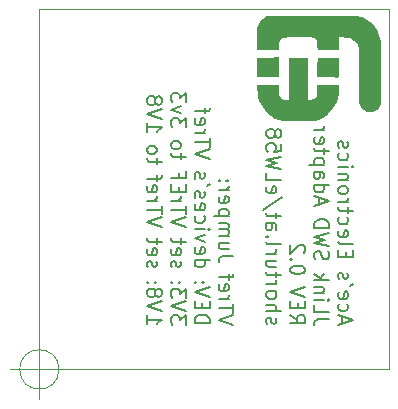
<source format=gbr>
G04 #@! TF.GenerationSoftware,KiCad,Pcbnew,(6.99.0-1917-g23fb4c7433)*
G04 #@! TF.CreationDate,2022-06-21T14:10:18+10:00*
G04 #@! TF.ProjectId,JtagArm20Adapter,4a746167-4172-46d3-9230-416461707465,rev?*
G04 #@! TF.SameCoordinates,PX8404630PY68290a0*
G04 #@! TF.FileFunction,Legend,Bot*
G04 #@! TF.FilePolarity,Positive*
%FSLAX46Y46*%
G04 Gerber Fmt 4.6, Leading zero omitted, Abs format (unit mm)*
G04 Created by KiCad (PCBNEW (6.99.0-1917-g23fb4c7433)) date 2022-06-21 14:10:18*
%MOMM*%
%LPD*%
G01*
G04 APERTURE LIST*
%ADD10C,0.200000*%
G04 #@! TA.AperFunction,Profile*
%ADD11C,0.050000*%
G04 #@! TD*
G04 APERTURE END LIST*
D10*
X25667916Y3858096D02*
X25667916Y4453334D01*
X25310773Y3739048D02*
X26560773Y4155715D01*
X26560773Y4155715D02*
X25310773Y4572381D01*
X25370297Y5524763D02*
X25310773Y5405715D01*
X25310773Y5405715D02*
X25310773Y5167620D01*
X25310773Y5167620D02*
X25370297Y5048572D01*
X25370297Y5048572D02*
X25429821Y4989049D01*
X25429821Y4989049D02*
X25548869Y4929525D01*
X25548869Y4929525D02*
X25906011Y4929525D01*
X25906011Y4929525D02*
X26025059Y4989049D01*
X26025059Y4989049D02*
X26084583Y5048572D01*
X26084583Y5048572D02*
X26144107Y5167620D01*
X26144107Y5167620D02*
X26144107Y5405715D01*
X26144107Y5405715D02*
X26084583Y5524763D01*
X25370297Y6536668D02*
X25310773Y6417620D01*
X25310773Y6417620D02*
X25310773Y6179525D01*
X25310773Y6179525D02*
X25370297Y6060478D01*
X25370297Y6060478D02*
X25489345Y6000954D01*
X25489345Y6000954D02*
X25965535Y6000954D01*
X25965535Y6000954D02*
X26084583Y6060478D01*
X26084583Y6060478D02*
X26144107Y6179525D01*
X26144107Y6179525D02*
X26144107Y6417620D01*
X26144107Y6417620D02*
X26084583Y6536668D01*
X26084583Y6536668D02*
X25965535Y6596192D01*
X25965535Y6596192D02*
X25846488Y6596192D01*
X25846488Y6596192D02*
X25727440Y6000954D01*
X26560773Y7191430D02*
X26322678Y7072383D01*
X25370297Y7667621D02*
X25310773Y7786668D01*
X25310773Y7786668D02*
X25310773Y8024764D01*
X25310773Y8024764D02*
X25370297Y8143811D01*
X25370297Y8143811D02*
X25489345Y8203335D01*
X25489345Y8203335D02*
X25548869Y8203335D01*
X25548869Y8203335D02*
X25667916Y8143811D01*
X25667916Y8143811D02*
X25727440Y8024764D01*
X25727440Y8024764D02*
X25727440Y7846192D01*
X25727440Y7846192D02*
X25786964Y7727145D01*
X25786964Y7727145D02*
X25906011Y7667621D01*
X25906011Y7667621D02*
X25965535Y7667621D01*
X25965535Y7667621D02*
X26084583Y7727145D01*
X26084583Y7727145D02*
X26144107Y7846192D01*
X26144107Y7846192D02*
X26144107Y8024764D01*
X26144107Y8024764D02*
X26084583Y8143811D01*
X25965535Y9489050D02*
X25965535Y9905716D01*
X25310773Y10084288D02*
X25310773Y9489050D01*
X25310773Y9489050D02*
X26560773Y9489050D01*
X26560773Y9489050D02*
X26560773Y10084288D01*
X25310773Y10798573D02*
X25370297Y10679525D01*
X25370297Y10679525D02*
X25489345Y10620002D01*
X25489345Y10620002D02*
X26560773Y10620002D01*
X25370297Y11750954D02*
X25310773Y11631906D01*
X25310773Y11631906D02*
X25310773Y11393811D01*
X25310773Y11393811D02*
X25370297Y11274764D01*
X25370297Y11274764D02*
X25489345Y11215240D01*
X25489345Y11215240D02*
X25965535Y11215240D01*
X25965535Y11215240D02*
X26084583Y11274764D01*
X26084583Y11274764D02*
X26144107Y11393811D01*
X26144107Y11393811D02*
X26144107Y11631906D01*
X26144107Y11631906D02*
X26084583Y11750954D01*
X26084583Y11750954D02*
X25965535Y11810478D01*
X25965535Y11810478D02*
X25846488Y11810478D01*
X25846488Y11810478D02*
X25727440Y11215240D01*
X25370297Y12881907D02*
X25310773Y12762859D01*
X25310773Y12762859D02*
X25310773Y12524764D01*
X25310773Y12524764D02*
X25370297Y12405716D01*
X25370297Y12405716D02*
X25429821Y12346193D01*
X25429821Y12346193D02*
X25548869Y12286669D01*
X25548869Y12286669D02*
X25906011Y12286669D01*
X25906011Y12286669D02*
X26025059Y12346193D01*
X26025059Y12346193D02*
X26084583Y12405716D01*
X26084583Y12405716D02*
X26144107Y12524764D01*
X26144107Y12524764D02*
X26144107Y12762859D01*
X26144107Y12762859D02*
X26084583Y12881907D01*
X26144107Y13239050D02*
X26144107Y13715241D01*
X26560773Y13417622D02*
X25489345Y13417622D01*
X25489345Y13417622D02*
X25370297Y13477145D01*
X25370297Y13477145D02*
X25310773Y13596193D01*
X25310773Y13596193D02*
X25310773Y13715241D01*
X25310773Y14131908D02*
X26144107Y14131908D01*
X25906011Y14131908D02*
X26025059Y14191431D01*
X26025059Y14191431D02*
X26084583Y14250955D01*
X26084583Y14250955D02*
X26144107Y14370003D01*
X26144107Y14370003D02*
X26144107Y14489050D01*
X25310773Y15084289D02*
X25370297Y14965241D01*
X25370297Y14965241D02*
X25429821Y14905718D01*
X25429821Y14905718D02*
X25548869Y14846194D01*
X25548869Y14846194D02*
X25906011Y14846194D01*
X25906011Y14846194D02*
X26025059Y14905718D01*
X26025059Y14905718D02*
X26084583Y14965241D01*
X26084583Y14965241D02*
X26144107Y15084289D01*
X26144107Y15084289D02*
X26144107Y15262860D01*
X26144107Y15262860D02*
X26084583Y15381908D01*
X26084583Y15381908D02*
X26025059Y15441432D01*
X26025059Y15441432D02*
X25906011Y15500956D01*
X25906011Y15500956D02*
X25548869Y15500956D01*
X25548869Y15500956D02*
X25429821Y15441432D01*
X25429821Y15441432D02*
X25370297Y15381908D01*
X25370297Y15381908D02*
X25310773Y15262860D01*
X25310773Y15262860D02*
X25310773Y15084289D01*
X26144107Y16036670D02*
X25310773Y16036670D01*
X26025059Y16036670D02*
X26084583Y16096193D01*
X26084583Y16096193D02*
X26144107Y16215241D01*
X26144107Y16215241D02*
X26144107Y16393812D01*
X26144107Y16393812D02*
X26084583Y16512860D01*
X26084583Y16512860D02*
X25965535Y16572384D01*
X25965535Y16572384D02*
X25310773Y16572384D01*
X25310773Y17167622D02*
X26144107Y17167622D01*
X26560773Y17167622D02*
X26501250Y17108098D01*
X26501250Y17108098D02*
X26441726Y17167622D01*
X26441726Y17167622D02*
X26501250Y17227145D01*
X26501250Y17227145D02*
X26560773Y17167622D01*
X26560773Y17167622D02*
X26441726Y17167622D01*
X25370297Y18298574D02*
X25310773Y18179526D01*
X25310773Y18179526D02*
X25310773Y17941431D01*
X25310773Y17941431D02*
X25370297Y17822383D01*
X25370297Y17822383D02*
X25429821Y17762860D01*
X25429821Y17762860D02*
X25548869Y17703336D01*
X25548869Y17703336D02*
X25906011Y17703336D01*
X25906011Y17703336D02*
X26025059Y17762860D01*
X26025059Y17762860D02*
X26084583Y17822383D01*
X26084583Y17822383D02*
X26144107Y17941431D01*
X26144107Y17941431D02*
X26144107Y18179526D01*
X26144107Y18179526D02*
X26084583Y18298574D01*
X25370297Y18774765D02*
X25310773Y18893812D01*
X25310773Y18893812D02*
X25310773Y19131908D01*
X25310773Y19131908D02*
X25370297Y19250955D01*
X25370297Y19250955D02*
X25489345Y19310479D01*
X25489345Y19310479D02*
X25548869Y19310479D01*
X25548869Y19310479D02*
X25667916Y19250955D01*
X25667916Y19250955D02*
X25727440Y19131908D01*
X25727440Y19131908D02*
X25727440Y18953336D01*
X25727440Y18953336D02*
X25786964Y18834289D01*
X25786964Y18834289D02*
X25906011Y18774765D01*
X25906011Y18774765D02*
X25965535Y18774765D01*
X25965535Y18774765D02*
X26084583Y18834289D01*
X26084583Y18834289D02*
X26144107Y18953336D01*
X26144107Y18953336D02*
X26144107Y19131908D01*
X26144107Y19131908D02*
X26084583Y19250955D01*
X24535773Y4274762D02*
X23642916Y4274762D01*
X23642916Y4274762D02*
X23464345Y4215239D01*
X23464345Y4215239D02*
X23345297Y4096191D01*
X23345297Y4096191D02*
X23285773Y3917620D01*
X23285773Y3917620D02*
X23285773Y3798572D01*
X23285773Y5465239D02*
X23285773Y4870001D01*
X23285773Y4870001D02*
X24535773Y4870001D01*
X23285773Y5881906D02*
X24119107Y5881906D01*
X24535773Y5881906D02*
X24476250Y5822382D01*
X24476250Y5822382D02*
X24416726Y5881906D01*
X24416726Y5881906D02*
X24476250Y5941429D01*
X24476250Y5941429D02*
X24535773Y5881906D01*
X24535773Y5881906D02*
X24416726Y5881906D01*
X24119107Y6477144D02*
X23285773Y6477144D01*
X24000059Y6477144D02*
X24059583Y6536667D01*
X24059583Y6536667D02*
X24119107Y6655715D01*
X24119107Y6655715D02*
X24119107Y6834286D01*
X24119107Y6834286D02*
X24059583Y6953334D01*
X24059583Y6953334D02*
X23940535Y7012858D01*
X23940535Y7012858D02*
X23285773Y7012858D01*
X23285773Y7608096D02*
X24535773Y7608096D01*
X23761964Y7727143D02*
X23285773Y8084286D01*
X24119107Y8084286D02*
X23642916Y7608096D01*
X23345297Y9310477D02*
X23285773Y9489048D01*
X23285773Y9489048D02*
X23285773Y9786667D01*
X23285773Y9786667D02*
X23345297Y9905715D01*
X23345297Y9905715D02*
X23404821Y9965239D01*
X23404821Y9965239D02*
X23523869Y10024762D01*
X23523869Y10024762D02*
X23642916Y10024762D01*
X23642916Y10024762D02*
X23761964Y9965239D01*
X23761964Y9965239D02*
X23821488Y9905715D01*
X23821488Y9905715D02*
X23881011Y9786667D01*
X23881011Y9786667D02*
X23940535Y9548572D01*
X23940535Y9548572D02*
X24000059Y9429524D01*
X24000059Y9429524D02*
X24059583Y9370001D01*
X24059583Y9370001D02*
X24178630Y9310477D01*
X24178630Y9310477D02*
X24297678Y9310477D01*
X24297678Y9310477D02*
X24416726Y9370001D01*
X24416726Y9370001D02*
X24476250Y9429524D01*
X24476250Y9429524D02*
X24535773Y9548572D01*
X24535773Y9548572D02*
X24535773Y9846191D01*
X24535773Y9846191D02*
X24476250Y10024762D01*
X24535773Y10441429D02*
X23285773Y10739048D01*
X23285773Y10739048D02*
X24178630Y10977143D01*
X24178630Y10977143D02*
X23285773Y11215238D01*
X23285773Y11215238D02*
X24535773Y11512857D01*
X23285773Y11989048D02*
X24535773Y11989048D01*
X24535773Y11989048D02*
X24535773Y12286667D01*
X24535773Y12286667D02*
X24476250Y12465238D01*
X24476250Y12465238D02*
X24357202Y12584286D01*
X24357202Y12584286D02*
X24238154Y12643809D01*
X24238154Y12643809D02*
X24000059Y12703333D01*
X24000059Y12703333D02*
X23821488Y12703333D01*
X23821488Y12703333D02*
X23583392Y12643809D01*
X23583392Y12643809D02*
X23464345Y12584286D01*
X23464345Y12584286D02*
X23345297Y12465238D01*
X23345297Y12465238D02*
X23285773Y12286667D01*
X23285773Y12286667D02*
X23285773Y11989048D01*
X23642916Y13929524D02*
X23642916Y14524762D01*
X23285773Y13810476D02*
X24535773Y14227143D01*
X24535773Y14227143D02*
X23285773Y14643809D01*
X23285773Y15596191D02*
X24535773Y15596191D01*
X23345297Y15596191D02*
X23285773Y15477143D01*
X23285773Y15477143D02*
X23285773Y15239048D01*
X23285773Y15239048D02*
X23345297Y15120000D01*
X23345297Y15120000D02*
X23404821Y15060477D01*
X23404821Y15060477D02*
X23523869Y15000953D01*
X23523869Y15000953D02*
X23881011Y15000953D01*
X23881011Y15000953D02*
X24000059Y15060477D01*
X24000059Y15060477D02*
X24059583Y15120000D01*
X24059583Y15120000D02*
X24119107Y15239048D01*
X24119107Y15239048D02*
X24119107Y15477143D01*
X24119107Y15477143D02*
X24059583Y15596191D01*
X23285773Y16727143D02*
X23940535Y16727143D01*
X23940535Y16727143D02*
X24059583Y16667619D01*
X24059583Y16667619D02*
X24119107Y16548571D01*
X24119107Y16548571D02*
X24119107Y16310476D01*
X24119107Y16310476D02*
X24059583Y16191429D01*
X23345297Y16727143D02*
X23285773Y16608095D01*
X23285773Y16608095D02*
X23285773Y16310476D01*
X23285773Y16310476D02*
X23345297Y16191429D01*
X23345297Y16191429D02*
X23464345Y16131905D01*
X23464345Y16131905D02*
X23583392Y16131905D01*
X23583392Y16131905D02*
X23702440Y16191429D01*
X23702440Y16191429D02*
X23761964Y16310476D01*
X23761964Y16310476D02*
X23761964Y16608095D01*
X23761964Y16608095D02*
X23821488Y16727143D01*
X24119107Y17322381D02*
X22869107Y17322381D01*
X24059583Y17322381D02*
X24119107Y17441428D01*
X24119107Y17441428D02*
X24119107Y17679523D01*
X24119107Y17679523D02*
X24059583Y17798571D01*
X24059583Y17798571D02*
X24000059Y17858095D01*
X24000059Y17858095D02*
X23881011Y17917619D01*
X23881011Y17917619D02*
X23523869Y17917619D01*
X23523869Y17917619D02*
X23404821Y17858095D01*
X23404821Y17858095D02*
X23345297Y17798571D01*
X23345297Y17798571D02*
X23285773Y17679523D01*
X23285773Y17679523D02*
X23285773Y17441428D01*
X23285773Y17441428D02*
X23345297Y17322381D01*
X24119107Y18274761D02*
X24119107Y18750952D01*
X24535773Y18453333D02*
X23464345Y18453333D01*
X23464345Y18453333D02*
X23345297Y18512856D01*
X23345297Y18512856D02*
X23285773Y18631904D01*
X23285773Y18631904D02*
X23285773Y18750952D01*
X23345297Y19643809D02*
X23285773Y19524761D01*
X23285773Y19524761D02*
X23285773Y19286666D01*
X23285773Y19286666D02*
X23345297Y19167619D01*
X23345297Y19167619D02*
X23464345Y19108095D01*
X23464345Y19108095D02*
X23940535Y19108095D01*
X23940535Y19108095D02*
X24059583Y19167619D01*
X24059583Y19167619D02*
X24119107Y19286666D01*
X24119107Y19286666D02*
X24119107Y19524761D01*
X24119107Y19524761D02*
X24059583Y19643809D01*
X24059583Y19643809D02*
X23940535Y19703333D01*
X23940535Y19703333D02*
X23821488Y19703333D01*
X23821488Y19703333D02*
X23702440Y19108095D01*
X23285773Y20239048D02*
X24119107Y20239048D01*
X23881011Y20239048D02*
X24000059Y20298571D01*
X24000059Y20298571D02*
X24059583Y20358095D01*
X24059583Y20358095D02*
X24119107Y20477143D01*
X24119107Y20477143D02*
X24119107Y20596190D01*
X21260773Y4631905D02*
X21856011Y4215239D01*
X21260773Y3917620D02*
X22510773Y3917620D01*
X22510773Y3917620D02*
X22510773Y4393810D01*
X22510773Y4393810D02*
X22451250Y4512858D01*
X22451250Y4512858D02*
X22391726Y4572381D01*
X22391726Y4572381D02*
X22272678Y4631905D01*
X22272678Y4631905D02*
X22094107Y4631905D01*
X22094107Y4631905D02*
X21975059Y4572381D01*
X21975059Y4572381D02*
X21915535Y4512858D01*
X21915535Y4512858D02*
X21856011Y4393810D01*
X21856011Y4393810D02*
X21856011Y3917620D01*
X21915535Y5167620D02*
X21915535Y5584286D01*
X21260773Y5762858D02*
X21260773Y5167620D01*
X21260773Y5167620D02*
X22510773Y5167620D01*
X22510773Y5167620D02*
X22510773Y5762858D01*
X22510773Y6120000D02*
X21260773Y6536667D01*
X21260773Y6536667D02*
X22510773Y6953333D01*
X22510773Y8358096D02*
X22510773Y8477143D01*
X22510773Y8477143D02*
X22451250Y8596191D01*
X22451250Y8596191D02*
X22391726Y8655715D01*
X22391726Y8655715D02*
X22272678Y8715239D01*
X22272678Y8715239D02*
X22034583Y8774762D01*
X22034583Y8774762D02*
X21736964Y8774762D01*
X21736964Y8774762D02*
X21498869Y8715239D01*
X21498869Y8715239D02*
X21379821Y8655715D01*
X21379821Y8655715D02*
X21320297Y8596191D01*
X21320297Y8596191D02*
X21260773Y8477143D01*
X21260773Y8477143D02*
X21260773Y8358096D01*
X21260773Y8358096D02*
X21320297Y8239048D01*
X21320297Y8239048D02*
X21379821Y8179524D01*
X21379821Y8179524D02*
X21498869Y8120001D01*
X21498869Y8120001D02*
X21736964Y8060477D01*
X21736964Y8060477D02*
X22034583Y8060477D01*
X22034583Y8060477D02*
X22272678Y8120001D01*
X22272678Y8120001D02*
X22391726Y8179524D01*
X22391726Y8179524D02*
X22451250Y8239048D01*
X22451250Y8239048D02*
X22510773Y8358096D01*
X21379821Y9310477D02*
X21320297Y9370000D01*
X21320297Y9370000D02*
X21260773Y9310477D01*
X21260773Y9310477D02*
X21320297Y9250953D01*
X21320297Y9250953D02*
X21379821Y9310477D01*
X21379821Y9310477D02*
X21260773Y9310477D01*
X22391726Y9846191D02*
X22451250Y9905715D01*
X22451250Y9905715D02*
X22510773Y10024762D01*
X22510773Y10024762D02*
X22510773Y10322381D01*
X22510773Y10322381D02*
X22451250Y10441429D01*
X22451250Y10441429D02*
X22391726Y10500953D01*
X22391726Y10500953D02*
X22272678Y10560476D01*
X22272678Y10560476D02*
X22153630Y10560476D01*
X22153630Y10560476D02*
X21975059Y10500953D01*
X21975059Y10500953D02*
X21260773Y9786667D01*
X21260773Y9786667D02*
X21260773Y10560476D01*
X19295297Y3858096D02*
X19235773Y3977143D01*
X19235773Y3977143D02*
X19235773Y4215239D01*
X19235773Y4215239D02*
X19295297Y4334286D01*
X19295297Y4334286D02*
X19414345Y4393810D01*
X19414345Y4393810D02*
X19473869Y4393810D01*
X19473869Y4393810D02*
X19592916Y4334286D01*
X19592916Y4334286D02*
X19652440Y4215239D01*
X19652440Y4215239D02*
X19652440Y4036667D01*
X19652440Y4036667D02*
X19711964Y3917620D01*
X19711964Y3917620D02*
X19831011Y3858096D01*
X19831011Y3858096D02*
X19890535Y3858096D01*
X19890535Y3858096D02*
X20009583Y3917620D01*
X20009583Y3917620D02*
X20069107Y4036667D01*
X20069107Y4036667D02*
X20069107Y4215239D01*
X20069107Y4215239D02*
X20009583Y4334286D01*
X19235773Y4929525D02*
X20485773Y4929525D01*
X19235773Y5465239D02*
X19890535Y5465239D01*
X19890535Y5465239D02*
X20009583Y5405715D01*
X20009583Y5405715D02*
X20069107Y5286667D01*
X20069107Y5286667D02*
X20069107Y5108096D01*
X20069107Y5108096D02*
X20009583Y4989048D01*
X20009583Y4989048D02*
X19950059Y4929525D01*
X19235773Y6239048D02*
X19295297Y6120000D01*
X19295297Y6120000D02*
X19354821Y6060477D01*
X19354821Y6060477D02*
X19473869Y6000953D01*
X19473869Y6000953D02*
X19831011Y6000953D01*
X19831011Y6000953D02*
X19950059Y6060477D01*
X19950059Y6060477D02*
X20009583Y6120000D01*
X20009583Y6120000D02*
X20069107Y6239048D01*
X20069107Y6239048D02*
X20069107Y6417619D01*
X20069107Y6417619D02*
X20009583Y6536667D01*
X20009583Y6536667D02*
X19950059Y6596191D01*
X19950059Y6596191D02*
X19831011Y6655715D01*
X19831011Y6655715D02*
X19473869Y6655715D01*
X19473869Y6655715D02*
X19354821Y6596191D01*
X19354821Y6596191D02*
X19295297Y6536667D01*
X19295297Y6536667D02*
X19235773Y6417619D01*
X19235773Y6417619D02*
X19235773Y6239048D01*
X19235773Y7191429D02*
X20069107Y7191429D01*
X19831011Y7191429D02*
X19950059Y7250952D01*
X19950059Y7250952D02*
X20009583Y7310476D01*
X20009583Y7310476D02*
X20069107Y7429524D01*
X20069107Y7429524D02*
X20069107Y7548571D01*
X20069107Y7786667D02*
X20069107Y8262858D01*
X20485773Y7965239D02*
X19414345Y7965239D01*
X19414345Y7965239D02*
X19295297Y8024762D01*
X19295297Y8024762D02*
X19235773Y8143810D01*
X19235773Y8143810D02*
X19235773Y8262858D01*
X20069107Y9215239D02*
X19235773Y9215239D01*
X20069107Y8679525D02*
X19414345Y8679525D01*
X19414345Y8679525D02*
X19295297Y8739048D01*
X19295297Y8739048D02*
X19235773Y8858096D01*
X19235773Y8858096D02*
X19235773Y9036667D01*
X19235773Y9036667D02*
X19295297Y9155715D01*
X19295297Y9155715D02*
X19354821Y9215239D01*
X19235773Y9810477D02*
X20069107Y9810477D01*
X19831011Y9810477D02*
X19950059Y9870000D01*
X19950059Y9870000D02*
X20009583Y9929524D01*
X20009583Y9929524D02*
X20069107Y10048572D01*
X20069107Y10048572D02*
X20069107Y10167619D01*
X19235773Y10762858D02*
X19295297Y10643810D01*
X19295297Y10643810D02*
X19414345Y10584287D01*
X19414345Y10584287D02*
X20485773Y10584287D01*
X19354821Y11239049D02*
X19295297Y11298572D01*
X19295297Y11298572D02*
X19235773Y11239049D01*
X19235773Y11239049D02*
X19295297Y11179525D01*
X19295297Y11179525D02*
X19354821Y11239049D01*
X19354821Y11239049D02*
X19235773Y11239049D01*
X19235773Y12370001D02*
X19890535Y12370001D01*
X19890535Y12370001D02*
X20009583Y12310477D01*
X20009583Y12310477D02*
X20069107Y12191429D01*
X20069107Y12191429D02*
X20069107Y11953334D01*
X20069107Y11953334D02*
X20009583Y11834287D01*
X19295297Y12370001D02*
X19235773Y12250953D01*
X19235773Y12250953D02*
X19235773Y11953334D01*
X19235773Y11953334D02*
X19295297Y11834287D01*
X19295297Y11834287D02*
X19414345Y11774763D01*
X19414345Y11774763D02*
X19533392Y11774763D01*
X19533392Y11774763D02*
X19652440Y11834287D01*
X19652440Y11834287D02*
X19711964Y11953334D01*
X19711964Y11953334D02*
X19711964Y12250953D01*
X19711964Y12250953D02*
X19771488Y12370001D01*
X20069107Y12786667D02*
X20069107Y13262858D01*
X20485773Y12965239D02*
X19414345Y12965239D01*
X19414345Y12965239D02*
X19295297Y13024762D01*
X19295297Y13024762D02*
X19235773Y13143810D01*
X19235773Y13143810D02*
X19235773Y13262858D01*
X20545297Y14572382D02*
X18938154Y13500953D01*
X19295297Y15465239D02*
X19235773Y15346191D01*
X19235773Y15346191D02*
X19235773Y15108096D01*
X19235773Y15108096D02*
X19295297Y14989049D01*
X19295297Y14989049D02*
X19414345Y14929525D01*
X19414345Y14929525D02*
X19890535Y14929525D01*
X19890535Y14929525D02*
X20009583Y14989049D01*
X20009583Y14989049D02*
X20069107Y15108096D01*
X20069107Y15108096D02*
X20069107Y15346191D01*
X20069107Y15346191D02*
X20009583Y15465239D01*
X20009583Y15465239D02*
X19890535Y15524763D01*
X19890535Y15524763D02*
X19771488Y15524763D01*
X19771488Y15524763D02*
X19652440Y14929525D01*
X19235773Y16655716D02*
X19235773Y16060478D01*
X19235773Y16060478D02*
X20485773Y16060478D01*
X20485773Y16953335D02*
X19235773Y17250954D01*
X19235773Y17250954D02*
X20128630Y17489049D01*
X20128630Y17489049D02*
X19235773Y17727144D01*
X19235773Y17727144D02*
X20485773Y18024763D01*
X20485773Y19096192D02*
X20485773Y18500954D01*
X20485773Y18500954D02*
X19890535Y18441430D01*
X19890535Y18441430D02*
X19950059Y18500954D01*
X19950059Y18500954D02*
X20009583Y18620001D01*
X20009583Y18620001D02*
X20009583Y18917620D01*
X20009583Y18917620D02*
X19950059Y19036668D01*
X19950059Y19036668D02*
X19890535Y19096192D01*
X19890535Y19096192D02*
X19771488Y19155715D01*
X19771488Y19155715D02*
X19473869Y19155715D01*
X19473869Y19155715D02*
X19354821Y19096192D01*
X19354821Y19096192D02*
X19295297Y19036668D01*
X19295297Y19036668D02*
X19235773Y18917620D01*
X19235773Y18917620D02*
X19235773Y18620001D01*
X19235773Y18620001D02*
X19295297Y18500954D01*
X19295297Y18500954D02*
X19354821Y18441430D01*
X19950059Y19870001D02*
X20009583Y19750953D01*
X20009583Y19750953D02*
X20069107Y19691430D01*
X20069107Y19691430D02*
X20188154Y19631906D01*
X20188154Y19631906D02*
X20247678Y19631906D01*
X20247678Y19631906D02*
X20366726Y19691430D01*
X20366726Y19691430D02*
X20426250Y19750953D01*
X20426250Y19750953D02*
X20485773Y19870001D01*
X20485773Y19870001D02*
X20485773Y20108096D01*
X20485773Y20108096D02*
X20426250Y20227144D01*
X20426250Y20227144D02*
X20366726Y20286668D01*
X20366726Y20286668D02*
X20247678Y20346191D01*
X20247678Y20346191D02*
X20188154Y20346191D01*
X20188154Y20346191D02*
X20069107Y20286668D01*
X20069107Y20286668D02*
X20009583Y20227144D01*
X20009583Y20227144D02*
X19950059Y20108096D01*
X19950059Y20108096D02*
X19950059Y19870001D01*
X19950059Y19870001D02*
X19890535Y19750953D01*
X19890535Y19750953D02*
X19831011Y19691430D01*
X19831011Y19691430D02*
X19711964Y19631906D01*
X19711964Y19631906D02*
X19473869Y19631906D01*
X19473869Y19631906D02*
X19354821Y19691430D01*
X19354821Y19691430D02*
X19295297Y19750953D01*
X19295297Y19750953D02*
X19235773Y19870001D01*
X19235773Y19870001D02*
X19235773Y20108096D01*
X19235773Y20108096D02*
X19295297Y20227144D01*
X19295297Y20227144D02*
X19354821Y20286668D01*
X19354821Y20286668D02*
X19473869Y20346191D01*
X19473869Y20346191D02*
X19711964Y20346191D01*
X19711964Y20346191D02*
X19831011Y20286668D01*
X19831011Y20286668D02*
X19890535Y20227144D01*
X19890535Y20227144D02*
X19950059Y20108096D01*
X16435773Y3739048D02*
X15185773Y4155715D01*
X15185773Y4155715D02*
X16435773Y4572381D01*
X16435773Y4810477D02*
X16435773Y5524763D01*
X15185773Y5167620D02*
X16435773Y5167620D01*
X15185773Y5941430D02*
X16019107Y5941430D01*
X15781011Y5941430D02*
X15900059Y6000953D01*
X15900059Y6000953D02*
X15959583Y6060477D01*
X15959583Y6060477D02*
X16019107Y6179525D01*
X16019107Y6179525D02*
X16019107Y6298572D01*
X15245297Y7191430D02*
X15185773Y7072382D01*
X15185773Y7072382D02*
X15185773Y6834287D01*
X15185773Y6834287D02*
X15245297Y6715240D01*
X15245297Y6715240D02*
X15364345Y6655716D01*
X15364345Y6655716D02*
X15840535Y6655716D01*
X15840535Y6655716D02*
X15959583Y6715240D01*
X15959583Y6715240D02*
X16019107Y6834287D01*
X16019107Y6834287D02*
X16019107Y7072382D01*
X16019107Y7072382D02*
X15959583Y7191430D01*
X15959583Y7191430D02*
X15840535Y7250954D01*
X15840535Y7250954D02*
X15721488Y7250954D01*
X15721488Y7250954D02*
X15602440Y6655716D01*
X16019107Y7608097D02*
X16019107Y8084288D01*
X15185773Y7786669D02*
X16257202Y7786669D01*
X16257202Y7786669D02*
X16376250Y7846192D01*
X16376250Y7846192D02*
X16435773Y7965240D01*
X16435773Y7965240D02*
X16435773Y8084288D01*
X16435773Y9608097D02*
X15542916Y9608097D01*
X15542916Y9608097D02*
X15364345Y9548574D01*
X15364345Y9548574D02*
X15245297Y9429526D01*
X15245297Y9429526D02*
X15185773Y9250955D01*
X15185773Y9250955D02*
X15185773Y9131907D01*
X16019107Y10739050D02*
X15185773Y10739050D01*
X16019107Y10203336D02*
X15364345Y10203336D01*
X15364345Y10203336D02*
X15245297Y10262859D01*
X15245297Y10262859D02*
X15185773Y10381907D01*
X15185773Y10381907D02*
X15185773Y10560478D01*
X15185773Y10560478D02*
X15245297Y10679526D01*
X15245297Y10679526D02*
X15304821Y10739050D01*
X15185773Y11334288D02*
X16019107Y11334288D01*
X15900059Y11334288D02*
X15959583Y11393811D01*
X15959583Y11393811D02*
X16019107Y11512859D01*
X16019107Y11512859D02*
X16019107Y11691430D01*
X16019107Y11691430D02*
X15959583Y11810478D01*
X15959583Y11810478D02*
X15840535Y11870002D01*
X15840535Y11870002D02*
X15185773Y11870002D01*
X15840535Y11870002D02*
X15959583Y11929526D01*
X15959583Y11929526D02*
X16019107Y12048573D01*
X16019107Y12048573D02*
X16019107Y12227145D01*
X16019107Y12227145D02*
X15959583Y12346192D01*
X15959583Y12346192D02*
X15840535Y12405716D01*
X15840535Y12405716D02*
X15185773Y12405716D01*
X16019107Y13000955D02*
X14769107Y13000955D01*
X15959583Y13000955D02*
X16019107Y13120002D01*
X16019107Y13120002D02*
X16019107Y13358097D01*
X16019107Y13358097D02*
X15959583Y13477145D01*
X15959583Y13477145D02*
X15900059Y13536669D01*
X15900059Y13536669D02*
X15781011Y13596193D01*
X15781011Y13596193D02*
X15423869Y13596193D01*
X15423869Y13596193D02*
X15304821Y13536669D01*
X15304821Y13536669D02*
X15245297Y13477145D01*
X15245297Y13477145D02*
X15185773Y13358097D01*
X15185773Y13358097D02*
X15185773Y13120002D01*
X15185773Y13120002D02*
X15245297Y13000955D01*
X15245297Y14608097D02*
X15185773Y14489049D01*
X15185773Y14489049D02*
X15185773Y14250954D01*
X15185773Y14250954D02*
X15245297Y14131907D01*
X15245297Y14131907D02*
X15364345Y14072383D01*
X15364345Y14072383D02*
X15840535Y14072383D01*
X15840535Y14072383D02*
X15959583Y14131907D01*
X15959583Y14131907D02*
X16019107Y14250954D01*
X16019107Y14250954D02*
X16019107Y14489049D01*
X16019107Y14489049D02*
X15959583Y14608097D01*
X15959583Y14608097D02*
X15840535Y14667621D01*
X15840535Y14667621D02*
X15721488Y14667621D01*
X15721488Y14667621D02*
X15602440Y14072383D01*
X15185773Y15203336D02*
X16019107Y15203336D01*
X15781011Y15203336D02*
X15900059Y15262859D01*
X15900059Y15262859D02*
X15959583Y15322383D01*
X15959583Y15322383D02*
X16019107Y15441431D01*
X16019107Y15441431D02*
X16019107Y15560478D01*
X15304821Y15977146D02*
X15245297Y16036669D01*
X15245297Y16036669D02*
X15185773Y15977146D01*
X15185773Y15977146D02*
X15245297Y15917622D01*
X15245297Y15917622D02*
X15304821Y15977146D01*
X15304821Y15977146D02*
X15185773Y15977146D01*
X15959583Y15977146D02*
X15900059Y16036669D01*
X15900059Y16036669D02*
X15840535Y15977146D01*
X15840535Y15977146D02*
X15900059Y15917622D01*
X15900059Y15917622D02*
X15959583Y15977146D01*
X15959583Y15977146D02*
X15840535Y15977146D01*
X13160773Y3917620D02*
X14410773Y3917620D01*
X14410773Y3917620D02*
X14410773Y4215239D01*
X14410773Y4215239D02*
X14351250Y4393810D01*
X14351250Y4393810D02*
X14232202Y4512858D01*
X14232202Y4512858D02*
X14113154Y4572381D01*
X14113154Y4572381D02*
X13875059Y4631905D01*
X13875059Y4631905D02*
X13696488Y4631905D01*
X13696488Y4631905D02*
X13458392Y4572381D01*
X13458392Y4572381D02*
X13339345Y4512858D01*
X13339345Y4512858D02*
X13220297Y4393810D01*
X13220297Y4393810D02*
X13160773Y4215239D01*
X13160773Y4215239D02*
X13160773Y3917620D01*
X13815535Y5167620D02*
X13815535Y5584286D01*
X13160773Y5762858D02*
X13160773Y5167620D01*
X13160773Y5167620D02*
X14410773Y5167620D01*
X14410773Y5167620D02*
X14410773Y5762858D01*
X14410773Y6120000D02*
X13160773Y6536667D01*
X13160773Y6536667D02*
X14410773Y6953333D01*
X13279821Y7370001D02*
X13220297Y7429524D01*
X13220297Y7429524D02*
X13160773Y7370001D01*
X13160773Y7370001D02*
X13220297Y7310477D01*
X13220297Y7310477D02*
X13279821Y7370001D01*
X13279821Y7370001D02*
X13160773Y7370001D01*
X13934583Y7370001D02*
X13875059Y7429524D01*
X13875059Y7429524D02*
X13815535Y7370001D01*
X13815535Y7370001D02*
X13875059Y7310477D01*
X13875059Y7310477D02*
X13934583Y7370001D01*
X13934583Y7370001D02*
X13815535Y7370001D01*
X13160773Y9250953D02*
X14410773Y9250953D01*
X13220297Y9250953D02*
X13160773Y9131905D01*
X13160773Y9131905D02*
X13160773Y8893810D01*
X13160773Y8893810D02*
X13220297Y8774762D01*
X13220297Y8774762D02*
X13279821Y8715239D01*
X13279821Y8715239D02*
X13398869Y8655715D01*
X13398869Y8655715D02*
X13756011Y8655715D01*
X13756011Y8655715D02*
X13875059Y8715239D01*
X13875059Y8715239D02*
X13934583Y8774762D01*
X13934583Y8774762D02*
X13994107Y8893810D01*
X13994107Y8893810D02*
X13994107Y9131905D01*
X13994107Y9131905D02*
X13934583Y9250953D01*
X13220297Y10322381D02*
X13160773Y10203333D01*
X13160773Y10203333D02*
X13160773Y9965238D01*
X13160773Y9965238D02*
X13220297Y9846191D01*
X13220297Y9846191D02*
X13339345Y9786667D01*
X13339345Y9786667D02*
X13815535Y9786667D01*
X13815535Y9786667D02*
X13934583Y9846191D01*
X13934583Y9846191D02*
X13994107Y9965238D01*
X13994107Y9965238D02*
X13994107Y10203333D01*
X13994107Y10203333D02*
X13934583Y10322381D01*
X13934583Y10322381D02*
X13815535Y10381905D01*
X13815535Y10381905D02*
X13696488Y10381905D01*
X13696488Y10381905D02*
X13577440Y9786667D01*
X13994107Y10798572D02*
X13160773Y11096191D01*
X13160773Y11096191D02*
X13994107Y11393810D01*
X13160773Y11870001D02*
X13994107Y11870001D01*
X14410773Y11870001D02*
X14351250Y11810477D01*
X14351250Y11810477D02*
X14291726Y11870001D01*
X14291726Y11870001D02*
X14351250Y11929524D01*
X14351250Y11929524D02*
X14410773Y11870001D01*
X14410773Y11870001D02*
X14291726Y11870001D01*
X13220297Y13000953D02*
X13160773Y12881905D01*
X13160773Y12881905D02*
X13160773Y12643810D01*
X13160773Y12643810D02*
X13220297Y12524762D01*
X13220297Y12524762D02*
X13279821Y12465239D01*
X13279821Y12465239D02*
X13398869Y12405715D01*
X13398869Y12405715D02*
X13756011Y12405715D01*
X13756011Y12405715D02*
X13875059Y12465239D01*
X13875059Y12465239D02*
X13934583Y12524762D01*
X13934583Y12524762D02*
X13994107Y12643810D01*
X13994107Y12643810D02*
X13994107Y12881905D01*
X13994107Y12881905D02*
X13934583Y13000953D01*
X13220297Y14012858D02*
X13160773Y13893810D01*
X13160773Y13893810D02*
X13160773Y13655715D01*
X13160773Y13655715D02*
X13220297Y13536668D01*
X13220297Y13536668D02*
X13339345Y13477144D01*
X13339345Y13477144D02*
X13815535Y13477144D01*
X13815535Y13477144D02*
X13934583Y13536668D01*
X13934583Y13536668D02*
X13994107Y13655715D01*
X13994107Y13655715D02*
X13994107Y13893810D01*
X13994107Y13893810D02*
X13934583Y14012858D01*
X13934583Y14012858D02*
X13815535Y14072382D01*
X13815535Y14072382D02*
X13696488Y14072382D01*
X13696488Y14072382D02*
X13577440Y13477144D01*
X13220297Y14548573D02*
X13160773Y14667620D01*
X13160773Y14667620D02*
X13160773Y14905716D01*
X13160773Y14905716D02*
X13220297Y15024763D01*
X13220297Y15024763D02*
X13339345Y15084287D01*
X13339345Y15084287D02*
X13398869Y15084287D01*
X13398869Y15084287D02*
X13517916Y15024763D01*
X13517916Y15024763D02*
X13577440Y14905716D01*
X13577440Y14905716D02*
X13577440Y14727144D01*
X13577440Y14727144D02*
X13636964Y14608097D01*
X13636964Y14608097D02*
X13756011Y14548573D01*
X13756011Y14548573D02*
X13815535Y14548573D01*
X13815535Y14548573D02*
X13934583Y14608097D01*
X13934583Y14608097D02*
X13994107Y14727144D01*
X13994107Y14727144D02*
X13994107Y14905716D01*
X13994107Y14905716D02*
X13934583Y15024763D01*
X14410773Y15679525D02*
X14172678Y15560478D01*
X13220297Y16155716D02*
X13160773Y16274763D01*
X13160773Y16274763D02*
X13160773Y16512859D01*
X13160773Y16512859D02*
X13220297Y16631906D01*
X13220297Y16631906D02*
X13339345Y16691430D01*
X13339345Y16691430D02*
X13398869Y16691430D01*
X13398869Y16691430D02*
X13517916Y16631906D01*
X13517916Y16631906D02*
X13577440Y16512859D01*
X13577440Y16512859D02*
X13577440Y16334287D01*
X13577440Y16334287D02*
X13636964Y16215240D01*
X13636964Y16215240D02*
X13756011Y16155716D01*
X13756011Y16155716D02*
X13815535Y16155716D01*
X13815535Y16155716D02*
X13934583Y16215240D01*
X13934583Y16215240D02*
X13994107Y16334287D01*
X13994107Y16334287D02*
X13994107Y16512859D01*
X13994107Y16512859D02*
X13934583Y16631906D01*
X14410773Y17798573D02*
X13160773Y18215240D01*
X13160773Y18215240D02*
X14410773Y18631906D01*
X14410773Y18870002D02*
X14410773Y19584288D01*
X13160773Y19227145D02*
X14410773Y19227145D01*
X13160773Y20000955D02*
X13994107Y20000955D01*
X13756011Y20000955D02*
X13875059Y20060478D01*
X13875059Y20060478D02*
X13934583Y20120002D01*
X13934583Y20120002D02*
X13994107Y20239050D01*
X13994107Y20239050D02*
X13994107Y20358097D01*
X13220297Y21250955D02*
X13160773Y21131907D01*
X13160773Y21131907D02*
X13160773Y20893812D01*
X13160773Y20893812D02*
X13220297Y20774765D01*
X13220297Y20774765D02*
X13339345Y20715241D01*
X13339345Y20715241D02*
X13815535Y20715241D01*
X13815535Y20715241D02*
X13934583Y20774765D01*
X13934583Y20774765D02*
X13994107Y20893812D01*
X13994107Y20893812D02*
X13994107Y21131907D01*
X13994107Y21131907D02*
X13934583Y21250955D01*
X13934583Y21250955D02*
X13815535Y21310479D01*
X13815535Y21310479D02*
X13696488Y21310479D01*
X13696488Y21310479D02*
X13577440Y20715241D01*
X13994107Y21667622D02*
X13994107Y22143813D01*
X13160773Y21846194D02*
X14232202Y21846194D01*
X14232202Y21846194D02*
X14351250Y21905717D01*
X14351250Y21905717D02*
X14410773Y22024765D01*
X14410773Y22024765D02*
X14410773Y22143813D01*
X12385773Y3798572D02*
X12385773Y4572381D01*
X12385773Y4572381D02*
X11909583Y4155715D01*
X11909583Y4155715D02*
X11909583Y4334286D01*
X11909583Y4334286D02*
X11850059Y4453334D01*
X11850059Y4453334D02*
X11790535Y4512858D01*
X11790535Y4512858D02*
X11671488Y4572381D01*
X11671488Y4572381D02*
X11373869Y4572381D01*
X11373869Y4572381D02*
X11254821Y4512858D01*
X11254821Y4512858D02*
X11195297Y4453334D01*
X11195297Y4453334D02*
X11135773Y4334286D01*
X11135773Y4334286D02*
X11135773Y3977143D01*
X11135773Y3977143D02*
X11195297Y3858096D01*
X11195297Y3858096D02*
X11254821Y3798572D01*
X12385773Y4929524D02*
X11135773Y5346191D01*
X11135773Y5346191D02*
X12385773Y5762857D01*
X12385773Y6060477D02*
X12385773Y6834286D01*
X12385773Y6834286D02*
X11909583Y6417620D01*
X11909583Y6417620D02*
X11909583Y6596191D01*
X11909583Y6596191D02*
X11850059Y6715239D01*
X11850059Y6715239D02*
X11790535Y6774763D01*
X11790535Y6774763D02*
X11671488Y6834286D01*
X11671488Y6834286D02*
X11373869Y6834286D01*
X11373869Y6834286D02*
X11254821Y6774763D01*
X11254821Y6774763D02*
X11195297Y6715239D01*
X11195297Y6715239D02*
X11135773Y6596191D01*
X11135773Y6596191D02*
X11135773Y6239048D01*
X11135773Y6239048D02*
X11195297Y6120001D01*
X11195297Y6120001D02*
X11254821Y6060477D01*
X11254821Y7370001D02*
X11195297Y7429524D01*
X11195297Y7429524D02*
X11135773Y7370001D01*
X11135773Y7370001D02*
X11195297Y7310477D01*
X11195297Y7310477D02*
X11254821Y7370001D01*
X11254821Y7370001D02*
X11135773Y7370001D01*
X11909583Y7370001D02*
X11850059Y7429524D01*
X11850059Y7429524D02*
X11790535Y7370001D01*
X11790535Y7370001D02*
X11850059Y7310477D01*
X11850059Y7310477D02*
X11909583Y7370001D01*
X11909583Y7370001D02*
X11790535Y7370001D01*
X11195297Y8655715D02*
X11135773Y8774762D01*
X11135773Y8774762D02*
X11135773Y9012858D01*
X11135773Y9012858D02*
X11195297Y9131905D01*
X11195297Y9131905D02*
X11314345Y9191429D01*
X11314345Y9191429D02*
X11373869Y9191429D01*
X11373869Y9191429D02*
X11492916Y9131905D01*
X11492916Y9131905D02*
X11552440Y9012858D01*
X11552440Y9012858D02*
X11552440Y8834286D01*
X11552440Y8834286D02*
X11611964Y8715239D01*
X11611964Y8715239D02*
X11731011Y8655715D01*
X11731011Y8655715D02*
X11790535Y8655715D01*
X11790535Y8655715D02*
X11909583Y8715239D01*
X11909583Y8715239D02*
X11969107Y8834286D01*
X11969107Y8834286D02*
X11969107Y9012858D01*
X11969107Y9012858D02*
X11909583Y9131905D01*
X11195297Y10203334D02*
X11135773Y10084286D01*
X11135773Y10084286D02*
X11135773Y9846191D01*
X11135773Y9846191D02*
X11195297Y9727144D01*
X11195297Y9727144D02*
X11314345Y9667620D01*
X11314345Y9667620D02*
X11790535Y9667620D01*
X11790535Y9667620D02*
X11909583Y9727144D01*
X11909583Y9727144D02*
X11969107Y9846191D01*
X11969107Y9846191D02*
X11969107Y10084286D01*
X11969107Y10084286D02*
X11909583Y10203334D01*
X11909583Y10203334D02*
X11790535Y10262858D01*
X11790535Y10262858D02*
X11671488Y10262858D01*
X11671488Y10262858D02*
X11552440Y9667620D01*
X11969107Y10620001D02*
X11969107Y11096192D01*
X12385773Y10798573D02*
X11314345Y10798573D01*
X11314345Y10798573D02*
X11195297Y10858096D01*
X11195297Y10858096D02*
X11135773Y10977144D01*
X11135773Y10977144D02*
X11135773Y11096192D01*
X12385773Y12084287D02*
X11135773Y12500954D01*
X11135773Y12500954D02*
X12385773Y12917620D01*
X12385773Y13155716D02*
X12385773Y13870002D01*
X11135773Y13512859D02*
X12385773Y13512859D01*
X11135773Y14286669D02*
X11969107Y14286669D01*
X11731011Y14286669D02*
X11850059Y14346192D01*
X11850059Y14346192D02*
X11909583Y14405716D01*
X11909583Y14405716D02*
X11969107Y14524764D01*
X11969107Y14524764D02*
X11969107Y14643811D01*
X11790535Y15060479D02*
X11790535Y15477145D01*
X11135773Y15655717D02*
X11135773Y15060479D01*
X11135773Y15060479D02*
X12385773Y15060479D01*
X12385773Y15060479D02*
X12385773Y15655717D01*
X11790535Y16608097D02*
X11790535Y16191431D01*
X11135773Y16191431D02*
X12385773Y16191431D01*
X12385773Y16191431D02*
X12385773Y16786669D01*
X11969107Y17834288D02*
X11969107Y18310479D01*
X12385773Y18012860D02*
X11314345Y18012860D01*
X11314345Y18012860D02*
X11195297Y18072383D01*
X11195297Y18072383D02*
X11135773Y18191431D01*
X11135773Y18191431D02*
X11135773Y18310479D01*
X11135773Y18905717D02*
X11195297Y18786669D01*
X11195297Y18786669D02*
X11254821Y18727146D01*
X11254821Y18727146D02*
X11373869Y18667622D01*
X11373869Y18667622D02*
X11731011Y18667622D01*
X11731011Y18667622D02*
X11850059Y18727146D01*
X11850059Y18727146D02*
X11909583Y18786669D01*
X11909583Y18786669D02*
X11969107Y18905717D01*
X11969107Y18905717D02*
X11969107Y19084288D01*
X11969107Y19084288D02*
X11909583Y19203336D01*
X11909583Y19203336D02*
X11850059Y19262860D01*
X11850059Y19262860D02*
X11731011Y19322384D01*
X11731011Y19322384D02*
X11373869Y19322384D01*
X11373869Y19322384D02*
X11254821Y19262860D01*
X11254821Y19262860D02*
X11195297Y19203336D01*
X11195297Y19203336D02*
X11135773Y19084288D01*
X11135773Y19084288D02*
X11135773Y18905717D01*
X12385773Y20489050D02*
X12385773Y21262859D01*
X12385773Y21262859D02*
X11909583Y20846193D01*
X11909583Y20846193D02*
X11909583Y21024764D01*
X11909583Y21024764D02*
X11850059Y21143812D01*
X11850059Y21143812D02*
X11790535Y21203336D01*
X11790535Y21203336D02*
X11671488Y21262859D01*
X11671488Y21262859D02*
X11373869Y21262859D01*
X11373869Y21262859D02*
X11254821Y21203336D01*
X11254821Y21203336D02*
X11195297Y21143812D01*
X11195297Y21143812D02*
X11135773Y21024764D01*
X11135773Y21024764D02*
X11135773Y20667621D01*
X11135773Y20667621D02*
X11195297Y20548574D01*
X11195297Y20548574D02*
X11254821Y20489050D01*
X11969107Y21679526D02*
X11135773Y21977145D01*
X11135773Y21977145D02*
X11969107Y22274764D01*
X12385773Y22631907D02*
X12385773Y23405716D01*
X12385773Y23405716D02*
X11909583Y22989050D01*
X11909583Y22989050D02*
X11909583Y23167621D01*
X11909583Y23167621D02*
X11850059Y23286669D01*
X11850059Y23286669D02*
X11790535Y23346193D01*
X11790535Y23346193D02*
X11671488Y23405716D01*
X11671488Y23405716D02*
X11373869Y23405716D01*
X11373869Y23405716D02*
X11254821Y23346193D01*
X11254821Y23346193D02*
X11195297Y23286669D01*
X11195297Y23286669D02*
X11135773Y23167621D01*
X11135773Y23167621D02*
X11135773Y22810478D01*
X11135773Y22810478D02*
X11195297Y22691431D01*
X11195297Y22691431D02*
X11254821Y22631907D01*
X9110773Y4572381D02*
X9110773Y3858096D01*
X9110773Y4215239D02*
X10360773Y4215239D01*
X10360773Y4215239D02*
X10182202Y4096191D01*
X10182202Y4096191D02*
X10063154Y3977143D01*
X10063154Y3977143D02*
X10003630Y3858096D01*
X10360773Y4929524D02*
X9110773Y5346191D01*
X9110773Y5346191D02*
X10360773Y5762857D01*
X9825059Y6358096D02*
X9884583Y6239048D01*
X9884583Y6239048D02*
X9944107Y6179525D01*
X9944107Y6179525D02*
X10063154Y6120001D01*
X10063154Y6120001D02*
X10122678Y6120001D01*
X10122678Y6120001D02*
X10241726Y6179525D01*
X10241726Y6179525D02*
X10301250Y6239048D01*
X10301250Y6239048D02*
X10360773Y6358096D01*
X10360773Y6358096D02*
X10360773Y6596191D01*
X10360773Y6596191D02*
X10301250Y6715239D01*
X10301250Y6715239D02*
X10241726Y6774763D01*
X10241726Y6774763D02*
X10122678Y6834286D01*
X10122678Y6834286D02*
X10063154Y6834286D01*
X10063154Y6834286D02*
X9944107Y6774763D01*
X9944107Y6774763D02*
X9884583Y6715239D01*
X9884583Y6715239D02*
X9825059Y6596191D01*
X9825059Y6596191D02*
X9825059Y6358096D01*
X9825059Y6358096D02*
X9765535Y6239048D01*
X9765535Y6239048D02*
X9706011Y6179525D01*
X9706011Y6179525D02*
X9586964Y6120001D01*
X9586964Y6120001D02*
X9348869Y6120001D01*
X9348869Y6120001D02*
X9229821Y6179525D01*
X9229821Y6179525D02*
X9170297Y6239048D01*
X9170297Y6239048D02*
X9110773Y6358096D01*
X9110773Y6358096D02*
X9110773Y6596191D01*
X9110773Y6596191D02*
X9170297Y6715239D01*
X9170297Y6715239D02*
X9229821Y6774763D01*
X9229821Y6774763D02*
X9348869Y6834286D01*
X9348869Y6834286D02*
X9586964Y6834286D01*
X9586964Y6834286D02*
X9706011Y6774763D01*
X9706011Y6774763D02*
X9765535Y6715239D01*
X9765535Y6715239D02*
X9825059Y6596191D01*
X9229821Y7370001D02*
X9170297Y7429524D01*
X9170297Y7429524D02*
X9110773Y7370001D01*
X9110773Y7370001D02*
X9170297Y7310477D01*
X9170297Y7310477D02*
X9229821Y7370001D01*
X9229821Y7370001D02*
X9110773Y7370001D01*
X9884583Y7370001D02*
X9825059Y7429524D01*
X9825059Y7429524D02*
X9765535Y7370001D01*
X9765535Y7370001D02*
X9825059Y7310477D01*
X9825059Y7310477D02*
X9884583Y7370001D01*
X9884583Y7370001D02*
X9765535Y7370001D01*
X9170297Y8655715D02*
X9110773Y8774762D01*
X9110773Y8774762D02*
X9110773Y9012858D01*
X9110773Y9012858D02*
X9170297Y9131905D01*
X9170297Y9131905D02*
X9289345Y9191429D01*
X9289345Y9191429D02*
X9348869Y9191429D01*
X9348869Y9191429D02*
X9467916Y9131905D01*
X9467916Y9131905D02*
X9527440Y9012858D01*
X9527440Y9012858D02*
X9527440Y8834286D01*
X9527440Y8834286D02*
X9586964Y8715239D01*
X9586964Y8715239D02*
X9706011Y8655715D01*
X9706011Y8655715D02*
X9765535Y8655715D01*
X9765535Y8655715D02*
X9884583Y8715239D01*
X9884583Y8715239D02*
X9944107Y8834286D01*
X9944107Y8834286D02*
X9944107Y9012858D01*
X9944107Y9012858D02*
X9884583Y9131905D01*
X9170297Y10203334D02*
X9110773Y10084286D01*
X9110773Y10084286D02*
X9110773Y9846191D01*
X9110773Y9846191D02*
X9170297Y9727144D01*
X9170297Y9727144D02*
X9289345Y9667620D01*
X9289345Y9667620D02*
X9765535Y9667620D01*
X9765535Y9667620D02*
X9884583Y9727144D01*
X9884583Y9727144D02*
X9944107Y9846191D01*
X9944107Y9846191D02*
X9944107Y10084286D01*
X9944107Y10084286D02*
X9884583Y10203334D01*
X9884583Y10203334D02*
X9765535Y10262858D01*
X9765535Y10262858D02*
X9646488Y10262858D01*
X9646488Y10262858D02*
X9527440Y9667620D01*
X9944107Y10620001D02*
X9944107Y11096192D01*
X10360773Y10798573D02*
X9289345Y10798573D01*
X9289345Y10798573D02*
X9170297Y10858096D01*
X9170297Y10858096D02*
X9110773Y10977144D01*
X9110773Y10977144D02*
X9110773Y11096192D01*
X10360773Y12084287D02*
X9110773Y12500954D01*
X9110773Y12500954D02*
X10360773Y12917620D01*
X10360773Y13155716D02*
X10360773Y13870002D01*
X9110773Y13512859D02*
X10360773Y13512859D01*
X9110773Y14286669D02*
X9944107Y14286669D01*
X9706011Y14286669D02*
X9825059Y14346192D01*
X9825059Y14346192D02*
X9884583Y14405716D01*
X9884583Y14405716D02*
X9944107Y14524764D01*
X9944107Y14524764D02*
X9944107Y14643811D01*
X9170297Y15536669D02*
X9110773Y15417621D01*
X9110773Y15417621D02*
X9110773Y15179526D01*
X9110773Y15179526D02*
X9170297Y15060479D01*
X9170297Y15060479D02*
X9289345Y15000955D01*
X9289345Y15000955D02*
X9765535Y15000955D01*
X9765535Y15000955D02*
X9884583Y15060479D01*
X9884583Y15060479D02*
X9944107Y15179526D01*
X9944107Y15179526D02*
X9944107Y15417621D01*
X9944107Y15417621D02*
X9884583Y15536669D01*
X9884583Y15536669D02*
X9765535Y15596193D01*
X9765535Y15596193D02*
X9646488Y15596193D01*
X9646488Y15596193D02*
X9527440Y15000955D01*
X9944107Y15953336D02*
X9944107Y16429527D01*
X9110773Y16131908D02*
X10182202Y16131908D01*
X10182202Y16131908D02*
X10301250Y16191431D01*
X10301250Y16191431D02*
X10360773Y16310479D01*
X10360773Y16310479D02*
X10360773Y16429527D01*
X9944107Y17417622D02*
X9944107Y17893813D01*
X10360773Y17596194D02*
X9289345Y17596194D01*
X9289345Y17596194D02*
X9170297Y17655717D01*
X9170297Y17655717D02*
X9110773Y17774765D01*
X9110773Y17774765D02*
X9110773Y17893813D01*
X9110773Y18489051D02*
X9170297Y18370003D01*
X9170297Y18370003D02*
X9229821Y18310480D01*
X9229821Y18310480D02*
X9348869Y18250956D01*
X9348869Y18250956D02*
X9706011Y18250956D01*
X9706011Y18250956D02*
X9825059Y18310480D01*
X9825059Y18310480D02*
X9884583Y18370003D01*
X9884583Y18370003D02*
X9944107Y18489051D01*
X9944107Y18489051D02*
X9944107Y18667622D01*
X9944107Y18667622D02*
X9884583Y18786670D01*
X9884583Y18786670D02*
X9825059Y18846194D01*
X9825059Y18846194D02*
X9706011Y18905718D01*
X9706011Y18905718D02*
X9348869Y18905718D01*
X9348869Y18905718D02*
X9229821Y18846194D01*
X9229821Y18846194D02*
X9170297Y18786670D01*
X9170297Y18786670D02*
X9110773Y18667622D01*
X9110773Y18667622D02*
X9110773Y18489051D01*
X9110773Y20846193D02*
X9110773Y20131908D01*
X9110773Y20489051D02*
X10360773Y20489051D01*
X10360773Y20489051D02*
X10182202Y20370003D01*
X10182202Y20370003D02*
X10063154Y20250955D01*
X10063154Y20250955D02*
X10003630Y20131908D01*
X10360773Y21203336D02*
X9110773Y21620003D01*
X9110773Y21620003D02*
X10360773Y22036669D01*
X9825059Y22631908D02*
X9884583Y22512860D01*
X9884583Y22512860D02*
X9944107Y22453337D01*
X9944107Y22453337D02*
X10063154Y22393813D01*
X10063154Y22393813D02*
X10122678Y22393813D01*
X10122678Y22393813D02*
X10241726Y22453337D01*
X10241726Y22453337D02*
X10301250Y22512860D01*
X10301250Y22512860D02*
X10360773Y22631908D01*
X10360773Y22631908D02*
X10360773Y22870003D01*
X10360773Y22870003D02*
X10301250Y22989051D01*
X10301250Y22989051D02*
X10241726Y23048575D01*
X10241726Y23048575D02*
X10122678Y23108098D01*
X10122678Y23108098D02*
X10063154Y23108098D01*
X10063154Y23108098D02*
X9944107Y23048575D01*
X9944107Y23048575D02*
X9884583Y22989051D01*
X9884583Y22989051D02*
X9825059Y22870003D01*
X9825059Y22870003D02*
X9825059Y22631908D01*
X9825059Y22631908D02*
X9765535Y22512860D01*
X9765535Y22512860D02*
X9706011Y22453337D01*
X9706011Y22453337D02*
X9586964Y22393813D01*
X9586964Y22393813D02*
X9348869Y22393813D01*
X9348869Y22393813D02*
X9229821Y22453337D01*
X9229821Y22453337D02*
X9170297Y22512860D01*
X9170297Y22512860D02*
X9110773Y22631908D01*
X9110773Y22631908D02*
X9110773Y22870003D01*
X9110773Y22870003D02*
X9170297Y22989051D01*
X9170297Y22989051D02*
X9229821Y23048575D01*
X9229821Y23048575D02*
X9348869Y23108098D01*
X9348869Y23108098D02*
X9586964Y23108098D01*
X9586964Y23108098D02*
X9706011Y23048575D01*
X9706011Y23048575D02*
X9765535Y22989051D01*
X9765535Y22989051D02*
X9825059Y22870003D01*
G36*
X25397629Y25566903D02*
G01*
X25403271Y24732735D01*
X25307422Y24718362D01*
X25282228Y24715583D01*
X25203133Y24712070D01*
X25103821Y24712162D01*
X24999912Y24715981D01*
X24922347Y24719171D01*
X24809142Y24722143D01*
X24668987Y24724739D01*
X24510010Y24726831D01*
X24340335Y24728292D01*
X24168091Y24728995D01*
X23547931Y24730017D01*
X23553575Y25565544D01*
X23559219Y26401070D01*
X25391986Y26401070D01*
X25397629Y25566903D01*
G37*
G36*
X20281799Y24719236D02*
G01*
X19386978Y24717914D01*
X19177394Y24718042D01*
X18977978Y24719141D01*
X18806838Y24721174D01*
X18666942Y24724078D01*
X18561260Y24727789D01*
X18492759Y24732246D01*
X18464408Y24737385D01*
X18463380Y24738286D01*
X18456248Y24754281D01*
X18450602Y24788699D01*
X18446350Y24845067D01*
X18443402Y24926913D01*
X18441668Y25037764D01*
X18441057Y25181148D01*
X18441480Y25360593D01*
X18442846Y25579625D01*
X18449032Y26401070D01*
X19371057Y26406692D01*
X20293081Y26412314D01*
X20281799Y24719236D01*
G37*
G36*
X22723817Y24614376D02*
G01*
X22729333Y22827682D01*
X22950218Y22836681D01*
X23012204Y22840097D01*
X23148092Y22857288D01*
X23255379Y22889347D01*
X23343720Y22939865D01*
X23422771Y23012432D01*
X23457209Y23054775D01*
X23489806Y23111312D01*
X23513936Y23179925D01*
X23530731Y23266804D01*
X23541323Y23378141D01*
X23546848Y23520128D01*
X23548438Y23698956D01*
X23548438Y24104720D01*
X25409453Y24104720D01*
X25395699Y23817941D01*
X25386672Y23672781D01*
X25342593Y23303754D01*
X25268686Y22963653D01*
X25163744Y22649764D01*
X25026556Y22359371D01*
X24855916Y22089760D01*
X24650614Y21838215D01*
X24409443Y21602021D01*
X24249976Y21469671D01*
X24042683Y21326233D01*
X23827902Y21212393D01*
X23594349Y21122381D01*
X23330743Y21050429D01*
X23063293Y20989016D01*
X21985195Y20989016D01*
X21814200Y20989045D01*
X21596167Y20989268D01*
X21413866Y20989852D01*
X21262901Y20990961D01*
X21138871Y20992755D01*
X21037380Y20995398D01*
X20954028Y20999053D01*
X20884416Y21003883D01*
X20824147Y21010049D01*
X20768822Y21017715D01*
X20714042Y21027044D01*
X20655409Y21038198D01*
X20565952Y21056058D01*
X20423631Y21087159D01*
X20306446Y21117793D01*
X20202897Y21151490D01*
X20101486Y21191777D01*
X19990713Y21242184D01*
X19905716Y21284407D01*
X19755085Y21371029D01*
X19612654Y21471191D01*
X19468030Y21592543D01*
X19310822Y21742737D01*
X19094709Y21977111D01*
X18903346Y22229205D01*
X18749342Y22489445D01*
X18630444Y22763068D01*
X18544401Y23055311D01*
X18488959Y23371411D01*
X18461866Y23716605D01*
X18458873Y23801507D01*
X18455708Y23911528D01*
X18453984Y24001064D01*
X18453833Y24062582D01*
X18455386Y24088549D01*
X18462943Y24090506D01*
X18507589Y24093806D01*
X18588361Y24096814D01*
X18700785Y24099451D01*
X18840384Y24101638D01*
X19002682Y24103298D01*
X19183202Y24104352D01*
X19377469Y24104720D01*
X20292580Y24104720D01*
X20292580Y23730329D01*
X20293161Y23640537D01*
X20295936Y23511577D01*
X20300606Y23395776D01*
X20306735Y23303120D01*
X20313885Y23243597D01*
X20314256Y23241660D01*
X20361498Y23105650D01*
X20444995Y22991852D01*
X20562105Y22903880D01*
X20605634Y22881001D01*
X20655316Y22861284D01*
X20710078Y22850066D01*
X20782593Y22844986D01*
X20885534Y22843688D01*
X21101154Y22843345D01*
X21111935Y24622208D01*
X21122716Y26401070D01*
X22718302Y26401070D01*
X22723817Y24614376D01*
G37*
G36*
X21458481Y29928353D02*
G01*
X21804667Y29928197D01*
X22188000Y29927935D01*
X22610471Y29927588D01*
X23074074Y29927179D01*
X23210781Y29927045D01*
X23644075Y29926463D01*
X24058315Y29925667D01*
X24451648Y29924667D01*
X24822224Y29923474D01*
X25168190Y29922102D01*
X25487696Y29920560D01*
X25778889Y29918862D01*
X26039919Y29917017D01*
X26268934Y29915038D01*
X26464082Y29912937D01*
X26623513Y29910724D01*
X26745374Y29908412D01*
X26827814Y29906011D01*
X26868981Y29903534D01*
X26923629Y29896564D01*
X27032311Y29881658D01*
X27116596Y29867536D01*
X27189590Y29851471D01*
X27264398Y29830737D01*
X27354125Y29802608D01*
X27517614Y29740558D01*
X27760906Y29613809D01*
X27996048Y29450458D01*
X28217643Y29254419D01*
X28420292Y29029607D01*
X28453023Y28988141D01*
X28596703Y28781143D01*
X28710583Y28566932D01*
X28799915Y28334321D01*
X28869955Y28072123D01*
X28924847Y27824160D01*
X28933310Y25259128D01*
X28933400Y25232035D01*
X28934675Y24835700D01*
X28935707Y24479942D01*
X28936428Y24162367D01*
X28936771Y23880582D01*
X28936668Y23632197D01*
X28936054Y23414816D01*
X28934860Y23226049D01*
X28933020Y23063502D01*
X28930466Y22924783D01*
X28927132Y22807499D01*
X28922949Y22709258D01*
X28917852Y22627666D01*
X28911773Y22560332D01*
X28904644Y22504862D01*
X28896400Y22458864D01*
X28886972Y22419945D01*
X28876293Y22385713D01*
X28864297Y22353775D01*
X28850916Y22321738D01*
X28827835Y22272055D01*
X28726384Y22112937D01*
X28597582Y21979753D01*
X28447248Y21875255D01*
X28281200Y21802198D01*
X28105255Y21763336D01*
X27925233Y21761422D01*
X27746951Y21799211D01*
X27619603Y21848736D01*
X27452012Y21944219D01*
X27316028Y22066212D01*
X27207715Y22218537D01*
X27123135Y22405018D01*
X27073820Y22541477D01*
X27052258Y27285111D01*
X27003780Y27404853D01*
X26949958Y27516894D01*
X26832288Y27687021D01*
X26683661Y27835045D01*
X26510481Y27955016D01*
X26319151Y28040983D01*
X26290221Y28050618D01*
X26226987Y28069756D01*
X26167550Y28083242D01*
X26102528Y28092136D01*
X26022535Y28097498D01*
X25918187Y28100386D01*
X25780102Y28101862D01*
X25413548Y28104466D01*
X25402767Y27565416D01*
X25391986Y27026367D01*
X23559219Y27026367D01*
X23548438Y27394618D01*
X23548150Y27404441D01*
X23544036Y27536270D01*
X23539767Y27633278D01*
X23534091Y27703253D01*
X23525757Y27753983D01*
X23513515Y27793254D01*
X23496113Y27828856D01*
X23472300Y27868574D01*
X23416070Y27945533D01*
X23308714Y28038331D01*
X23179184Y28094412D01*
X23161323Y28097378D01*
X23095795Y28102124D01*
X22988877Y28105938D01*
X22841686Y28108806D01*
X22655341Y28110713D01*
X22430959Y28111647D01*
X22169656Y28111593D01*
X21872551Y28110537D01*
X21849962Y28110426D01*
X21584232Y28109148D01*
X21357851Y28107876D01*
X21167321Y28106234D01*
X21009143Y28103845D01*
X20879820Y28100333D01*
X20775853Y28095322D01*
X20693743Y28088435D01*
X20629991Y28079296D01*
X20581100Y28067528D01*
X20543572Y28052755D01*
X20513907Y28034600D01*
X20488607Y28012687D01*
X20464174Y27986639D01*
X20437109Y27956081D01*
X20401664Y27914429D01*
X20365700Y27862216D01*
X20339622Y27805283D01*
X20321571Y27735949D01*
X20309690Y27646536D01*
X20302123Y27529362D01*
X20297011Y27376749D01*
X20287604Y27015586D01*
X18462677Y27015586D01*
X18452802Y27074882D01*
X18451799Y27085878D01*
X18449915Y27138505D01*
X18448362Y27227099D01*
X18447173Y27346809D01*
X18446378Y27492783D01*
X18446008Y27660171D01*
X18446093Y27844120D01*
X18446665Y28039780D01*
X18450405Y28945382D01*
X18508996Y29112887D01*
X18558551Y29241188D01*
X18614057Y29349984D01*
X18683798Y29450833D01*
X18777921Y29560628D01*
X18805218Y29589126D01*
X18949593Y29709579D01*
X19119382Y29811372D01*
X19300730Y29885887D01*
X19307724Y29888100D01*
X19325991Y29893588D01*
X19345540Y29898578D01*
X19368363Y29903090D01*
X19396452Y29907147D01*
X19431800Y29910771D01*
X19476400Y29913983D01*
X19532244Y29916805D01*
X19601324Y29919259D01*
X19685633Y29921367D01*
X19787164Y29923150D01*
X19907908Y29924631D01*
X20049859Y29925831D01*
X20215009Y29926772D01*
X20405351Y29927475D01*
X20622876Y29927963D01*
X20869578Y29928258D01*
X21147449Y29928380D01*
X21458481Y29928353D01*
G37*
D11*
X1667462Y-1320D02*
G75*
G03*
X1667462Y-1320I-1666666J0D01*
G01*
X-2499204Y-1320D02*
X2500796Y-1320D01*
X796Y2498680D02*
X796Y-2501320D01*
X0Y0D02*
X0Y30480000D01*
X29570000Y30480000D02*
X29570000Y0D01*
X0Y30480000D02*
X29570000Y30480000D01*
X29570000Y0D02*
X0Y0D01*
M02*

</source>
